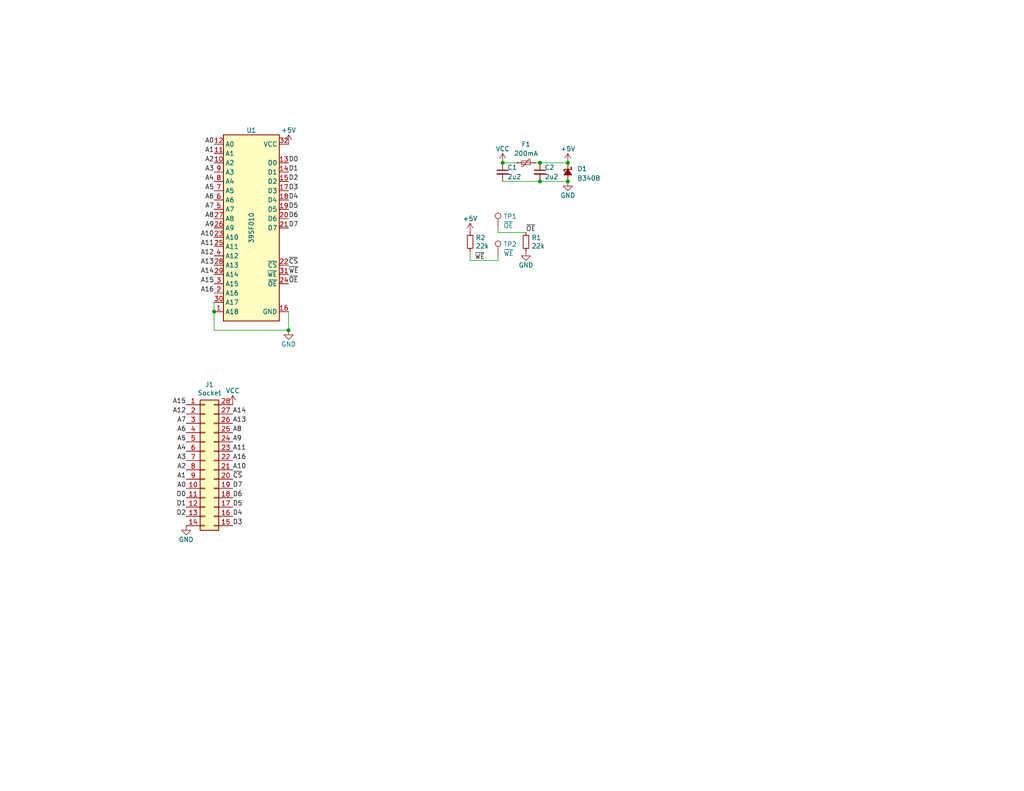
<source format=kicad_sch>
(kicad_sch (version 20230121) (generator eeschema)
  (paper "USLetter")
  (title_block (title "GW28R8128") (date "2019-07-23") (rev "1.0") (company "Garrett's Workshop"))
  (lib_symbols
    (symbol "Connector:TestPoint" (pin_numbers hide) (pin_names (offset 0.762) hide)
      (property "Reference" "TP" (at 0 6.858 0))
      (property "Value" "TestPoint" (at 0 5.08 0))
      (symbol "TestPoint_0_1"
        (circle (center 0 3.302) (radius 0.762))
      )
      (symbol "TestPoint_1_1"
        (pin passive line (at 0 0 90) (length 2.54) (name "1") (number "1"))
      )
    )
    (symbol "Connector_Generic:Conn_02x14_Counter_Clockwise" (pin_names (offset 1.016) hide)
      (property "Reference" "J" (at 1.27 17.78 0))
      (property "Value" "Conn_02x14_Counter_Clockwise" (at 1.27 -20.32 0))
      (symbol "Conn_02x14_Counter_Clockwise_1_1"
        (rectangle (start -1.27 -17.653) (end 0 -17.907) (stroke (width 0.1524)))
        (rectangle (start -1.27 -15.113) (end 0 -15.367) (stroke (width 0.1524)))
        (rectangle (start -1.27 -12.573) (end 0 -12.827) (stroke (width 0.1524)))
        (rectangle (start -1.27 -10.033) (end 0 -10.287) (stroke (width 0.1524)))
        (rectangle (start -1.27 -7.493) (end 0 -7.747) (stroke (width 0.1524)))
        (rectangle (start -1.27 -4.953) (end 0 -5.207) (stroke (width 0.1524)))
        (rectangle (start -1.27 -2.413) (end 0 -2.667) (stroke (width 0.1524)))
        (rectangle (start -1.27 0.127) (end 0 -0.127) (stroke (width 0.1524)))
        (rectangle (start -1.27 2.667) (end 0 2.413) (stroke (width 0.1524)))
        (rectangle (start -1.27 5.207) (end 0 4.953) (stroke (width 0.1524)))
        (rectangle (start -1.27 7.747) (end 0 7.493) (stroke (width 0.1524)))
        (rectangle (start -1.27 10.287) (end 0 10.033) (stroke (width 0.1524)))
        (rectangle (start -1.27 12.827) (end 0 12.573) (stroke (width 0.1524)))
        (rectangle (start -1.27 15.367) (end 0 15.113) (stroke (width 0.1524)))
        (rectangle (start -1.27 16.51) (end 3.81 -19.05) (stroke (width 0.254)) (fill (type background)))
        (rectangle (start 3.81 -17.653) (end 2.54 -17.907) (stroke (width 0.1524)))
        (rectangle (start 3.81 -15.113) (end 2.54 -15.367) (stroke (width 0.1524)))
        (rectangle (start 3.81 -12.573) (end 2.54 -12.827) (stroke (width 0.1524)))
        (rectangle (start 3.81 -10.033) (end 2.54 -10.287) (stroke (width 0.1524)))
        (rectangle (start 3.81 -7.493) (end 2.54 -7.747) (stroke (width 0.1524)))
        (rectangle (start 3.81 -4.953) (end 2.54 -5.207) (stroke (width 0.1524)))
        (rectangle (start 3.81 -2.413) (end 2.54 -2.667) (stroke (width 0.1524)))
        (rectangle (start 3.81 0.127) (end 2.54 -0.127) (stroke (width 0.1524)))
        (rectangle (start 3.81 2.667) (end 2.54 2.413) (stroke (width 0.1524)))
        (rectangle (start 3.81 5.207) (end 2.54 4.953) (stroke (width 0.1524)))
        (rectangle (start 3.81 7.747) (end 2.54 7.493) (stroke (width 0.1524)))
        (rectangle (start 3.81 10.287) (end 2.54 10.033) (stroke (width 0.1524)))
        (rectangle (start 3.81 12.827) (end 2.54 12.573) (stroke (width 0.1524)))
        (rectangle (start 3.81 15.367) (end 2.54 15.113) (stroke (width 0.1524)))
        (pin passive line (at -5.08 15.24 0) (length 3.81) (name "Pin_1") (number "1"))
        (pin passive line (at -5.08 -7.62 0) (length 3.81) (name "Pin_10") (number "10"))
        (pin passive line (at -5.08 -10.16 0) (length 3.81) (name "Pin_11") (number "11"))
        (pin passive line (at -5.08 -12.7 0) (length 3.81) (name "Pin_12") (number "12"))
        (pin passive line (at -5.08 -15.24 0) (length 3.81) (name "Pin_13") (number "13"))
        (pin passive line (at -5.08 -17.78 0) (length 3.81) (name "Pin_14") (number "14"))
        (pin passive line (at 7.62 -17.78 180) (length 3.81) (name "Pin_15") (number "15"))
        (pin passive line (at 7.62 -15.24 180) (length 3.81) (name "Pin_16") (number "16"))
        (pin passive line (at 7.62 -12.7 180) (length 3.81) (name "Pin_17") (number "17"))
        (pin passive line (at 7.62 -10.16 180) (length 3.81) (name "Pin_18") (number "18"))
        (pin passive line (at 7.62 -7.62 180) (length 3.81) (name "Pin_19") (number "19"))
        (pin passive line (at -5.08 12.7 0) (length 3.81) (name "Pin_2") (number "2"))
        (pin passive line (at 7.62 -5.08 180) (length 3.81) (name "Pin_20") (number "20"))
        (pin passive line (at 7.62 -2.54 180) (length 3.81) (name "Pin_21") (number "21"))
        (pin passive line (at 7.62 0 180) (length 3.81) (name "Pin_22") (number "22"))
        (pin passive line (at 7.62 2.54 180) (length 3.81) (name "Pin_23") (number "23"))
        (pin passive line (at 7.62 5.08 180) (length 3.81) (name "Pin_24") (number "24"))
        (pin passive line (at 7.62 7.62 180) (length 3.81) (name "Pin_25") (number "25"))
        (pin passive line (at 7.62 10.16 180) (length 3.81) (name "Pin_26") (number "26"))
        (pin passive line (at 7.62 12.7 180) (length 3.81) (name "Pin_27") (number "27"))
        (pin passive line (at 7.62 15.24 180) (length 3.81) (name "Pin_28") (number "28"))
        (pin passive line (at -5.08 10.16 0) (length 3.81) (name "Pin_3") (number "3"))
        (pin passive line (at -5.08 7.62 0) (length 3.81) (name "Pin_4") (number "4"))
        (pin passive line (at -5.08 5.08 0) (length 3.81) (name "Pin_5") (number "5"))
        (pin passive line (at -5.08 2.54 0) (length 3.81) (name "Pin_6") (number "6"))
        (pin passive line (at -5.08 0 0) (length 3.81) (name "Pin_7") (number "7"))
        (pin passive line (at -5.08 -2.54 0) (length 3.81) (name "Pin_8") (number "8"))
        (pin passive line (at -5.08 -5.08 0) (length 3.81) (name "Pin_9") (number "9"))
      )
    )
    (symbol "Device:C_Small" (pin_numbers hide) (pin_names (offset 0.254) hide)
      (property "Reference" "C" (at 0.254 1.778 0))
      (property "Value" "C_Small" (at 0.254 -2.032 0))
      (symbol "C_Small_0_1"
        (polyline (pts (xy -1.524 -0.508) (xy 1.524 -0.508)) (stroke (width 0.3302)))
        (polyline (pts (xy -1.524 0.508) (xy 1.524 0.508)) (stroke (width 0.3048)))
      )
      (symbol "C_Small_1_1"
        (pin passive line (at 0 2.54 270) (length 2.032) (name "~") (number "1"))
        (pin passive line (at 0 -2.54 90) (length 2.032) (name "~") (number "2"))
      )
    )
    (symbol "Device:D_Schottky_Small_Filled" (pin_numbers hide) (pin_names (offset 0.254) hide)
      (property "Reference" "D" (at -1.27 2.032 0))
      (property "Value" "D_Schottky_Small_Filled" (at -7.112 -2.032 0))
      (symbol "D_Schottky_Small_Filled_0_1"
        (polyline (pts (xy -0.762 0) (xy 0.762 0)))
        (polyline (pts (xy 0.762 -1.016) (xy -0.762 0) (xy 0.762 1.016) (xy 0.762 -1.016)) (stroke (width 0.254)) (fill (type outline)))
        (polyline (pts (xy -1.27 0.762) (xy -1.27 1.016) (xy -0.762 1.016) (xy -0.762 -1.016) (xy -0.254 -1.016) (xy -0.254 -0.762)) (stroke (width 0.254)))
      )
      (symbol "D_Schottky_Small_Filled_1_1"
        (pin passive line (at -2.54 0 0) (length 1.778) (name "K") (number "1"))
        (pin passive line (at 2.54 0 180) (length 1.778) (name "A") (number "2"))
      )
    )
    (symbol "Device:Polyfuse_Small" (pin_numbers hide) (pin_names (offset 0))
      (property "Reference" "F" (at -1.905 0 90))
      (property "Value" "Polyfuse_Small" (at 1.905 0 90))
      (symbol "Polyfuse_Small_0_1"
        (rectangle (start -0.508 1.27) (end 0.508 -1.27))
        (polyline (pts (xy 0 2.54) (xy 0 -2.54)))
        (polyline (pts (xy -1.016 1.27) (xy -1.016 0.762) (xy 1.016 -0.762) (xy 1.016 -1.27)))
      )
      (symbol "Polyfuse_Small_1_1"
        (pin passive line (at 0 2.54 270) (length 0.635) (name "~") (number "1"))
        (pin passive line (at 0 -2.54 90) (length 0.635) (name "~") (number "2"))
      )
    )
    (symbol "Device:R_Small" (pin_numbers hide) (pin_names (offset 0.254) hide)
      (property "Reference" "R" (at 0.762 0.508 0))
      (property "Value" "R_Small" (at 0.762 -1.016 0))
      (symbol "R_Small_0_1"
        (rectangle (start -0.762 1.778) (end 0.762 -1.778) (stroke (width 0.2032)))
      )
      (symbol "R_Small_1_1"
        (pin passive line (at 0 2.54 270) (length 0.762) (name "~") (number "1"))
        (pin passive line (at 0 -2.54 90) (length 0.762) (name "~") (number "2"))
      )
    )
    (symbol "GW_RAM:Flash-512Kx8-PLCC-32"
      (property "Reference" "U" (at 0 26.67 0))
      (property "Value" "Flash-512Kx8-PLCC-32" (at 0 0 90))
      (symbol "Flash-512Kx8-PLCC-32_0_0"
        (pin power_in line (at 10.16 -22.86 180) (length 2.54) (name "GND") (number "16"))
        (pin power_in line (at 10.16 22.86 180) (length 2.54) (name "VCC") (number "32"))
      )
      (symbol "Flash-512Kx8-PLCC-32_0_1"
        (rectangle (start -7.62 25.4) (end 7.62 -25.4) (stroke (width 0.254)) (fill (type background)))
      )
      (symbol "Flash-512Kx8-PLCC-32_1_1"
        (pin input line (at -10.16 -22.86 0) (length 2.54) (name "A18") (number "1"))
        (pin input line (at -10.16 17.78 0) (length 2.54) (name "A2") (number "10"))
        (pin input line (at -10.16 20.32 0) (length 2.54) (name "A1") (number "11"))
        (pin input line (at -10.16 22.86 0) (length 2.54) (name "A0") (number "12"))
        (pin bidirectional line (at 10.16 17.78 180) (length 2.54) (name "D0") (number "13"))
        (pin bidirectional line (at 10.16 15.24 180) (length 2.54) (name "D1") (number "14"))
        (pin bidirectional line (at 10.16 12.7 180) (length 2.54) (name "D2") (number "15"))
        (pin bidirectional line (at 10.16 10.16 180) (length 2.54) (name "D3") (number "17"))
        (pin bidirectional line (at 10.16 7.62 180) (length 2.54) (name "D4") (number "18"))
        (pin bidirectional line (at 10.16 5.08 180) (length 2.54) (name "D5") (number "19"))
        (pin input line (at -10.16 -17.78 0) (length 2.54) (name "A16") (number "2"))
        (pin bidirectional line (at 10.16 2.54 180) (length 2.54) (name "D6") (number "20"))
        (pin bidirectional line (at 10.16 0 180) (length 2.54) (name "D7") (number "21"))
        (pin input line (at 10.16 -10.16 180) (length 2.54) (name "~{CS}") (number "22"))
        (pin input line (at -10.16 -2.54 0) (length 2.54) (name "A10") (number "23"))
        (pin input line (at 10.16 -15.24 180) (length 2.54) (name "~{OE}") (number "24"))
        (pin input line (at -10.16 -5.08 0) (length 2.54) (name "A11") (number "25"))
        (pin input line (at -10.16 0 0) (length 2.54) (name "A9") (number "26"))
        (pin input line (at -10.16 2.54 0) (length 2.54) (name "A8") (number "27"))
        (pin input line (at -10.16 -10.16 0) (length 2.54) (name "A13") (number "28"))
        (pin input line (at -10.16 -12.7 0) (length 2.54) (name "A14") (number "29"))
        (pin input line (at -10.16 -15.24 0) (length 2.54) (name "A15") (number "3"))
        (pin input line (at -10.16 -20.32 0) (length 2.54) (name "A17") (number "30"))
        (pin input line (at 10.16 -12.7 180) (length 2.54) (name "~{WE}") (number "31"))
        (pin input line (at -10.16 -7.62 0) (length 2.54) (name "A12") (number "4"))
        (pin input line (at -10.16 5.08 0) (length 2.54) (name "A7") (number "5"))
        (pin input line (at -10.16 7.62 0) (length 2.54) (name "A6") (number "6"))
        (pin input line (at -10.16 10.16 0) (length 2.54) (name "A5") (number "7"))
        (pin input line (at -10.16 12.7 0) (length 2.54) (name "A4") (number "8"))
        (pin input line (at -10.16 15.24 0) (length 2.54) (name "A3") (number "9"))
      )
    )
    (symbol "power:+5V" (power) (pin_names (offset 0))
      (property "Value" "+5V" (at 0 3.556 0))
      (symbol "+5V_0_1"
        (polyline (pts (xy -0.762 1.27) (xy 0 2.54)))
        (polyline (pts (xy 0 0) (xy 0 2.54)))
        (polyline (pts (xy 0 2.54) (xy 0.762 1.27)))
      )
      (symbol "+5V_1_1"
        (pin power_in line (at 0 0 90) (length 0) hide (name "+5V") (number "1"))
      )
    )
    (symbol "power:GND" (power) (pin_names (offset 0))
      (property "Value" "GND" (at 0 -3.81 0))
      (symbol "GND_0_1"
        (polyline (pts (xy 0 0) (xy 0 -1.27) (xy 1.27 -1.27) (xy 0 -2.54) (xy -1.27 -1.27) (xy 0 -1.27)))
      )
      (symbol "GND_1_1"
        (pin power_in line (at 0 0 270) (length 0) hide (name "GND") (number "1"))
      )
    )
    (symbol "power:VCC" (power) (pin_names (offset 0))
      (property "Value" "VCC" (at 0 3.81 0))
      (symbol "VCC_0_1"
        (polyline (pts (xy -0.762 1.27) (xy 0 2.54)))
        (polyline (pts (xy 0 0) (xy 0 2.54)))
        (polyline (pts (xy 0 2.54) (xy 0.762 1.27)))
      )
      (symbol "VCC_1_1"
        (pin power_in line (at 0 0 90) (length 0) hide (name "VCC") (number "1"))
      )
    )
  )
  (junction (at 154.94 49.53))
  (junction (at 137.16 44.45))
  (junction (at 78.74 90.17))
  (junction (at 154.94 44.45))
  (junction (at 58.42 85.09))
  (junction (at 147.32 49.53))
  (junction (at 147.32 44.45))
  (wire (pts (xy 146.05 44.45) (xy 147.32 44.45)))
  (wire (pts (xy 135.89 71.12) (xy 128.27 71.12)))
  (wire (pts (xy 147.32 49.53) (xy 154.94 49.53)))
  (wire (pts (xy 147.32 44.45) (xy 154.94 44.45)))
  (wire (pts (xy 128.27 71.12) (xy 128.27 68.58)))
  (wire (pts (xy 135.89 63.5) (xy 135.89 62.23)))
  (wire (pts (xy 135.89 71.12) (xy 135.89 69.85)))
  (wire (pts (xy 58.42 82.55) (xy 58.42 85.09)))
  (wire (pts (xy 58.42 90.17) (xy 78.74 90.17)))
  (wire (pts (xy 58.42 85.09) (xy 58.42 90.17)))
  (wire (pts (xy 137.16 49.53) (xy 147.32 49.53)))
  (wire (pts (xy 137.16 44.45) (xy 140.97 44.45)))
  (wire (pts (xy 78.74 90.17) (xy 78.74 85.09)))
  (wire (pts (xy 135.89 63.5) (xy 143.51 63.5)))
  (label "A8" (at 63.5 118.11 0))
  (label "A7" (at 50.8 115.57 180))
  (label "A5" (at 58.42 52.07 180))
  (label "A13" (at 63.5 115.57 0))
  (label "D1" (at 50.8 138.43 180))
  (label "D5" (at 63.5 138.43 0))
  (label "A2" (at 50.8 128.27 180))
  (label "A13" (at 58.42 72.39 180))
  (label "D5" (at 78.74 57.15 0))
  (label "D0" (at 78.74 44.45 0))
  (label "D3" (at 78.74 52.07 0))
  (label "A4" (at 58.42 49.53 180))
  (label "A14" (at 58.42 74.93 180))
  (label "~{OE}" (at 78.74 77.47 0))
  (label "D6" (at 63.5 135.89 0))
  (label "~{CS}" (at 63.5 130.81 0))
  (label "A3" (at 50.8 125.73 180))
  (label "D0" (at 50.8 135.89 180))
  (label "D7" (at 78.74 62.23 0))
  (label "A10" (at 58.42 64.77 180))
  (label "~{OE}" (at 143.51 63.5 0))
  (label "A6" (at 58.42 54.61 180))
  (label "A7" (at 58.42 57.15 180))
  (label "~{CS}" (at 78.74 72.39 0))
  (label "D1" (at 78.74 46.99 0))
  (label "D2" (at 50.8 140.97 180))
  (label "A6" (at 50.8 118.11 180))
  (label "A1" (at 50.8 130.81 180))
  (label "D4" (at 63.5 140.97 0))
  (label "~{WE}" (at 129.54 71.12 0))
  (label "A12" (at 50.8 113.03 180))
  (label "A15" (at 50.8 110.49 180))
  (label "A11" (at 63.5 123.19 0))
  (label "A10" (at 63.5 128.27 0))
  (label "A0" (at 58.42 39.37 180))
  (label "A1" (at 58.42 41.91 180))
  (label "A15" (at 58.42 77.47 180))
  (label "A0" (at 50.8 133.35 180))
  (label "D7" (at 63.5 133.35 0))
  (label "A12" (at 58.42 69.85 180))
  (label "D3" (at 63.5 143.51 0))
  (label "A4" (at 50.8 123.19 180))
  (label "A16" (at 63.5 125.73 0))
  (label "A2" (at 58.42 44.45 180))
  (label "A5" (at 50.8 120.65 180))
  (label "A16" (at 58.42 80.01 180))
  (label "A8" (at 58.42 59.69 180))
  (label "D2" (at 78.74 49.53 0))
  (label "A9" (at 58.42 62.23 180))
  (label "D6" (at 78.74 59.69 0))
  (label "A9" (at 63.5 120.65 0))
  (label "D4" (at 78.74 54.61 0))
  (label "~{WE}" (at 78.74 74.93 0))
  (label "A11" (at 58.42 67.31 180))
  (label "A14" (at 63.5 113.03 0))
  (label "A3" (at 58.42 46.99 180))
  (symbol (lib_id "Device:C_Small") (at 147.32 46.99 0) (unit 1)
    (property "Reference" "C2" (at 148.59 45.72 0) (effects (justify left)))
    (property "Value" "2u2" (at 148.59 48.26 0) (effects (justify left)))
    (property "Footprint" "stdpads:C_0805" (effects hide))
  )
  (symbol (lib_id "power:+5V") (at 78.74 39.37 0) (unit 1)
    (property "Reference" "#PWR0101" (effects hide))
    (property "Value" "+5V" (at 78.74 35.56 0))
  )
  (symbol (lib_id "power:GND") (at 78.74 90.17 0) (unit 1)
    (property "Reference" "#PWR0103" (effects hide))
    (property "Value" "GND" (at 78.74 93.98 0))
  )
  (symbol (lib_id "Device:R_Small") (at 128.27 66.04 0) (unit 1)
    (property "Reference" "R2" (at 129.7686 64.8716 0) (effects (justify left)))
    (property "Value" "22k" (at 129.7686 67.183 0) (effects (justify left)))
    (property "Footprint" "stdpads:R_0805" (effects hide))
  )
  (symbol (lib_id "power:+5V") (at 128.27 63.5 0) (unit 1)
    (property "Reference" "#PWR0102" (effects hide))
    (property "Value" "+5V" (at 128.27 59.69 0))
  )
  (symbol (lib_id "Device:R_Small") (at 143.51 66.04 0) (unit 1)
    (property "Reference" "R1" (at 145.0086 64.8716 0) (effects (justify left)))
    (property "Value" "22k" (at 145.0086 67.183 0) (effects (justify left)))
    (property "Footprint" "stdpads:R_0805" (effects hide))
  )
  (symbol (lib_id "power:GND") (at 143.51 68.58 0) (unit 1)
    (property "Reference" "#PWR0106" (effects hide))
    (property "Value" "GND" (at 143.51 72.39 0))
  )
  (symbol (lib_id "Connector_Generic:Conn_02x14_Counter_Clockwise") (at 55.88 125.73 0) (unit 1)
    (property "Reference" "J1" (at 57.15 104.9782 0))
    (property "Value" "Socket" (at 57.15 107.2896 0))
    (property "Footprint" "stdpads:DIP-28_W15.24mm_Socket_Inverse_Forked" (effects hide))
  )
  (symbol (lib_id "power:GND") (at 50.8 143.51 0) (unit 1)
    (property "Reference" "#PWR0104" (effects hide))
    (property "Value" "GND" (at 50.8 147.32 0))
  )
  (symbol (lib_id "GW_RAM:Flash-512Kx8-PLCC-32") (at 68.58 62.23 0) (unit 1)
    (property "Reference" "U1" (at 68.58 35.56 0))
    (property "Value" "39SF010" (at 68.58 62.23 90))
    (property "Footprint" "stdpads:PLCC-32" (effects hide))
    (property "Datasheet" "http://ww1.microchip.com/downloads/en/DeviceDoc/25022B.pdf" (effects hide))
  )
  (symbol (lib_id "Connector:TestPoint") (at 135.89 62.23 0) (unit 1)
    (property "Reference" "TP1" (at 137.3632 59.0804 0) (effects (justify left)))
    (property "Value" "~{OE}" (at 137.3632 61.5696 0) (effects (justify left)))
    (property "Footprint" "stdpads:Tyco_RCU_0603_Paste" (effects hide))
  )
  (symbol (lib_id "Connector:TestPoint") (at 135.89 69.85 0) (unit 1)
    (property "Reference" "TP2" (at 137.3632 66.7004 0) (effects (justify left)))
    (property "Value" "~{WE}" (at 137.3632 69.1896 0) (effects (justify left)))
    (property "Footprint" "stdpads:Tyco_RCU_0603_Paste" (effects hide))
  )
  (symbol (lib_id "Device:C_Small") (at 137.16 46.99 0) (unit 1)
    (property "Reference" "C1" (at 138.43 45.72 0) (effects (justify left)))
    (property "Value" "2u2" (at 138.43 48.26 0) (effects (justify left)))
    (property "Footprint" "stdpads:C_0805" (effects hide))
  )
  (symbol (lib_id "power:GND") (at 154.94 49.53 0) (unit 1)
    (property "Reference" "#PWR02" (effects hide))
    (property "Value" "GND" (at 154.94 53.34 0))
  )
  (symbol (lib_id "Device:Polyfuse_Small") (at 143.51 44.45 90) (unit 1)
    (property "Reference" "F1" (at 143.51 39.37 90))
    (property "Value" "200mA" (at 143.51 41.91 90))
    (property "Footprint" "stdpads:BelFuse_1210" (effects hide))
  )
  (symbol (lib_id "power:VCC") (at 137.16 44.45 0) (unit 1)
    (property "Reference" "#PWR03" (effects hide))
    (property "Value" "VCC" (at 137.16 40.64 0))
  )
  (symbol (lib_id "power:VCC") (at 63.5 110.49 0) (unit 1)
    (property "Reference" "#PWR04" (effects hide))
    (property "Value" "VCC" (at 63.5 106.68 0))
  )
  (symbol (lib_id "Device:D_Schottky_Small_Filled") (at 154.94 46.99 270) (unit 1)
    (property "Reference" "D1" (at 157.48 46.101 90) (effects (justify left)))
    (property "Value" "B340B" (at 157.48 48.641 90) (effects (justify left)))
    (property "Footprint" "stdpads:D_SMB" (effects hide))
  )
  (symbol (lib_id "power:+5V") (at 154.94 44.45 0) (unit 1)
    (property "Reference" "#PWR01" (effects hide))
    (property "Value" "+5V" (at 154.94 40.64 0))
  )
)
</source>
